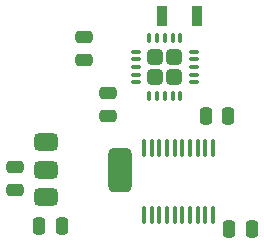
<source format=gbr>
%TF.GenerationSoftware,KiCad,Pcbnew,8.0.4*%
%TF.CreationDate,2024-10-25T14:18:16-05:00*%
%TF.ProjectId,weather-station-rtd,77656174-6865-4722-9d73-746174696f6e,rev?*%
%TF.SameCoordinates,Original*%
%TF.FileFunction,Paste,Top*%
%TF.FilePolarity,Positive*%
%FSLAX46Y46*%
G04 Gerber Fmt 4.6, Leading zero omitted, Abs format (unit mm)*
G04 Created by KiCad (PCBNEW 8.0.4) date 2024-10-25 14:18:16*
%MOMM*%
%LPD*%
G01*
G04 APERTURE LIST*
G04 Aperture macros list*
%AMRoundRect*
0 Rectangle with rounded corners*
0 $1 Rounding radius*
0 $2 $3 $4 $5 $6 $7 $8 $9 X,Y pos of 4 corners*
0 Add a 4 corners polygon primitive as box body*
4,1,4,$2,$3,$4,$5,$6,$7,$8,$9,$2,$3,0*
0 Add four circle primitives for the rounded corners*
1,1,$1+$1,$2,$3*
1,1,$1+$1,$4,$5*
1,1,$1+$1,$6,$7*
1,1,$1+$1,$8,$9*
0 Add four rect primitives between the rounded corners*
20,1,$1+$1,$2,$3,$4,$5,0*
20,1,$1+$1,$4,$5,$6,$7,0*
20,1,$1+$1,$6,$7,$8,$9,0*
20,1,$1+$1,$8,$9,$2,$3,0*%
G04 Aperture macros list end*
%ADD10R,0.970000X1.730000*%
%ADD11RoundRect,0.250000X-0.250000X-0.475000X0.250000X-0.475000X0.250000X0.475000X-0.250000X0.475000X0*%
%ADD12RoundRect,0.250000X-0.475000X0.250000X-0.475000X-0.250000X0.475000X-0.250000X0.475000X0.250000X0*%
%ADD13RoundRect,0.250000X0.475000X-0.250000X0.475000X0.250000X-0.475000X0.250000X-0.475000X-0.250000X0*%
%ADD14RoundRect,0.250000X-0.405000X0.405000X-0.405000X-0.405000X0.405000X-0.405000X0.405000X0.405000X0*%
%ADD15RoundRect,0.075000X-0.075000X0.337500X-0.075000X-0.337500X0.075000X-0.337500X0.075000X0.337500X0*%
%ADD16RoundRect,0.075000X-0.337500X0.075000X-0.337500X-0.075000X0.337500X-0.075000X0.337500X0.075000X0*%
%ADD17RoundRect,0.100000X-0.100000X0.637500X-0.100000X-0.637500X0.100000X-0.637500X0.100000X0.637500X0*%
%ADD18RoundRect,0.375000X-0.625000X-0.375000X0.625000X-0.375000X0.625000X0.375000X-0.625000X0.375000X0*%
%ADD19RoundRect,0.500000X-0.500000X-1.400000X0.500000X-1.400000X0.500000X1.400000X-0.500000X1.400000X0*%
G04 APERTURE END LIST*
D10*
%TO.C,R1*%
X165855200Y-91998800D03*
X168815200Y-91998800D03*
%TD*%
D11*
%TO.C,C4*%
X171550000Y-110000000D03*
X173450000Y-110000000D03*
%TD*%
D12*
%TO.C,C3*%
X159250000Y-93800000D03*
X159250000Y-95700000D03*
%TD*%
D13*
%TO.C,R2*%
X161250000Y-100450000D03*
X161250000Y-98550000D03*
%TD*%
D11*
%TO.C,C1*%
X155450000Y-109750000D03*
X157350000Y-109750000D03*
%TD*%
D14*
%TO.C,U1*%
X166910000Y-95502500D03*
X165290000Y-95502500D03*
X166910000Y-97122500D03*
X165290000Y-97122500D03*
D15*
X167400000Y-93875000D03*
X166750000Y-93875000D03*
X166100000Y-93875000D03*
X165450000Y-93875000D03*
X164800000Y-93875000D03*
D16*
X163662500Y-95012500D03*
X163662500Y-95662500D03*
X163662500Y-96312500D03*
X163662500Y-96962500D03*
X163662500Y-97612500D03*
D15*
X164800000Y-98750000D03*
X165450000Y-98750000D03*
X166100000Y-98750000D03*
X166750000Y-98750000D03*
X167400000Y-98750000D03*
D16*
X168537500Y-97612500D03*
X168537500Y-96962500D03*
X168537500Y-96312500D03*
X168537500Y-95662500D03*
X168537500Y-95012500D03*
%TD*%
D17*
%TO.C,U3*%
X170175000Y-103137500D03*
X169525000Y-103137500D03*
X168875000Y-103137500D03*
X168225000Y-103137500D03*
X167575000Y-103137500D03*
X166925000Y-103137500D03*
X166275000Y-103137500D03*
X165625000Y-103137500D03*
X164975000Y-103137500D03*
X164325000Y-103137500D03*
X164325000Y-108862500D03*
X164975000Y-108862500D03*
X165625000Y-108862500D03*
X166275000Y-108862500D03*
X166925000Y-108862500D03*
X167575000Y-108862500D03*
X168225000Y-108862500D03*
X168875000Y-108862500D03*
X169525000Y-108862500D03*
X170175000Y-108862500D03*
%TD*%
D11*
%TO.C,C5*%
X169550000Y-100500000D03*
X171450000Y-100500000D03*
%TD*%
D12*
%TO.C,C2*%
X153400000Y-104800000D03*
X153400000Y-106700000D03*
%TD*%
D18*
%TO.C,U2*%
X156000000Y-102700000D03*
X156000000Y-105000000D03*
D19*
X162300000Y-105000000D03*
D18*
X156000000Y-107300000D03*
%TD*%
M02*

</source>
